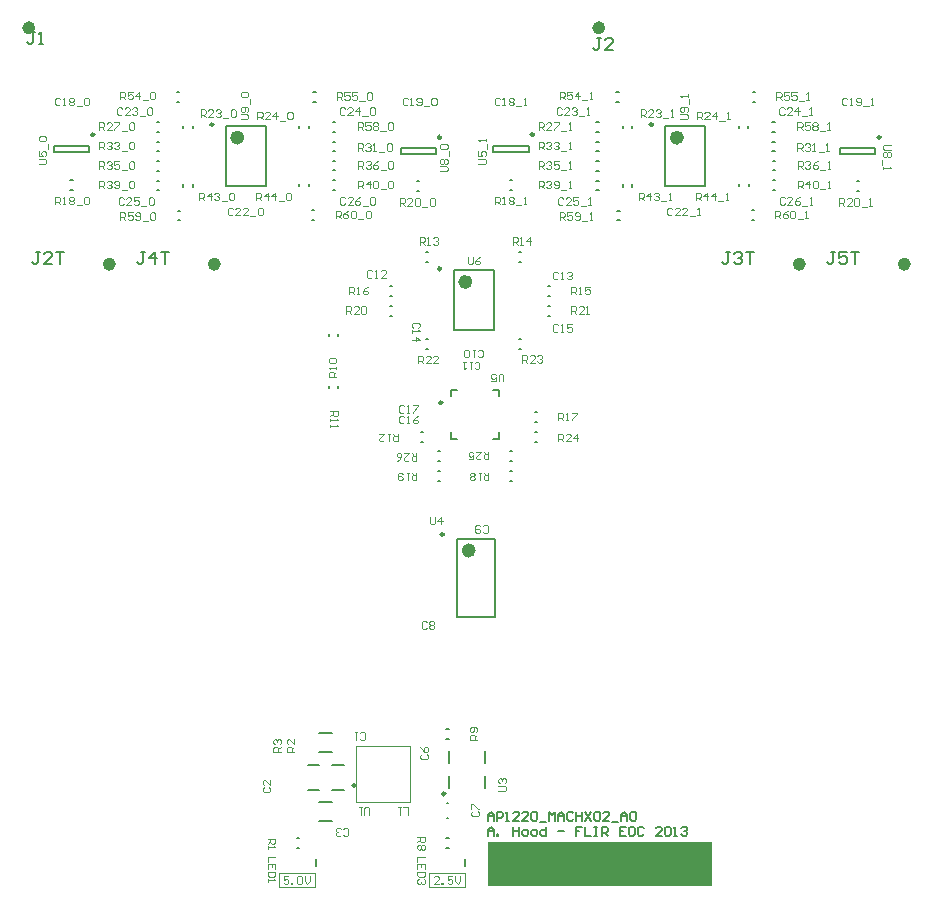
<source format=gto>
%FSLAX23Y23*%
%MOIN*%
G70*
G01*
G75*
G04 Layer_Color=65535*
%ADD10R,0.050X0.125*%
%ADD11R,0.072X0.039*%
%ADD12O,0.061X0.014*%
%ADD13R,0.024X0.043*%
%ADD14O,0.037X0.010*%
%ADD15O,0.010X0.037*%
%ADD16R,0.094X0.094*%
%ADD17O,0.067X0.014*%
%ADD18O,0.010X0.028*%
%ADD19R,0.075X0.071*%
%ADD20R,0.028X0.012*%
%ADD21R,0.059X0.035*%
%ADD22R,0.035X0.039*%
%ADD23R,0.039X0.035*%
%ADD24R,0.026X0.022*%
%ADD25R,0.031X0.031*%
%ADD26R,0.063X0.031*%
%ADD27R,0.014X0.013*%
%ADD28R,0.045X0.057*%
%ADD29R,0.013X0.014*%
%ADD30R,0.045X0.071*%
%ADD31C,0.010*%
%ADD32C,0.030*%
%ADD33C,0.025*%
%ADD34R,0.101X0.030*%
%ADD35R,0.110X0.070*%
%ADD36R,0.054X0.168*%
%ADD37R,0.032X0.129*%
%ADD38C,0.028*%
%ADD39C,0.030*%
%ADD40C,0.026*%
%ADD41C,0.040*%
%ADD42C,0.048*%
G04:AMPARAMS|DCode=43|XSize=50mil|YSize=50mil|CornerRadius=0mil|HoleSize=0mil|Usage=FLASHONLY|Rotation=0.000|XOffset=0mil|YOffset=0mil|HoleType=Round|Shape=Relief|Width=10mil|Gap=6mil|Entries=4|*
%AMTHD43*
7,0,0,0.050,0.038,0.010,45*
%
%ADD43THD43*%
G04:AMPARAMS|DCode=44|XSize=44.992mil|YSize=44.992mil|CornerRadius=0mil|HoleSize=0mil|Usage=FLASHONLY|Rotation=0.000|XOffset=0mil|YOffset=0mil|HoleType=Round|Shape=Relief|Width=10mil|Gap=6mil|Entries=4|*
%AMTHD44*
7,0,0,0.045,0.033,0.010,45*
%
%ADD44THD44*%
%ADD45C,0.043*%
%ADD46O,0.026X0.010*%
%ADD47O,0.010X0.026*%
%ADD48R,0.102X0.102*%
%ADD49C,0.020*%
%ADD50C,0.024*%
%ADD51C,0.010*%
%ADD52C,0.008*%
%ADD53C,0.004*%
%ADD54C,0.004*%
%ADD55C,0.006*%
%ADD56R,0.750X0.150*%
D49*
X-3468Y1113D02*
G03*
X-3468Y1113I-12J0D01*
G01*
X-3200Y325D02*
G03*
X-3200Y325I-12J0D01*
G01*
X-1568Y1113D02*
G03*
X-1568Y1113I-12J0D01*
G01*
X-550Y325D02*
G03*
X-550Y325I-12J0D01*
G01*
X-2850D02*
G03*
X-2850Y325I-12J0D01*
G01*
X-900D02*
G03*
X-900Y325I-12J0D01*
G01*
D50*
X-1308Y747D02*
G03*
X-1308Y747I-12J0D01*
G01*
X-2773D02*
G03*
X-2773Y747I-12J0D01*
G01*
X-2002Y-629D02*
G03*
X-2002Y-629I-12J0D01*
G01*
X-2013Y266D02*
G03*
X-2013Y266I-12J0D01*
G01*
D51*
X-1400Y791D02*
G03*
X-1400Y791I-5J0D01*
G01*
X-2865D02*
G03*
X-2865Y791I-5J0D01*
G01*
X-641Y748D02*
G03*
X-641Y748I-5J0D01*
G01*
X-2106D02*
G03*
X-2106Y748I-5J0D01*
G01*
X-1797Y757D02*
G03*
X-1797Y757I-5J0D01*
G01*
X-3262D02*
G03*
X-3262Y757I-5J0D01*
G01*
X-2102Y-136D02*
G03*
X-2102Y-136I-5J0D01*
G01*
X-2097Y-576D02*
G03*
X-2097Y-576I-5J0D01*
G01*
X-2092Y-1440D02*
G03*
X-2092Y-1440I-5J0D01*
G01*
X-2391Y-1412D02*
G03*
X-2391Y-1412I-5J0D01*
G01*
X-2106Y310D02*
G03*
X-2106Y310I-5J0D01*
G01*
D52*
X-1359Y586D02*
X-1225D01*
X-1359Y787D02*
X-1225D01*
Y586D02*
Y787D01*
X-1359Y586D02*
Y787D01*
X-2824Y586D02*
X-2690D01*
X-2824Y787D02*
X-2690D01*
Y586D02*
Y787D01*
X-2824Y586D02*
Y787D01*
X-658Y691D02*
Y711D01*
X-776Y691D02*
Y711D01*
X-658D01*
X-776Y691D02*
X-658D01*
X-2123D02*
Y711D01*
X-2241Y691D02*
Y711D01*
X-2123D01*
X-2241Y691D02*
X-2123D01*
X-1814Y700D02*
Y720D01*
X-1932Y700D02*
Y720D01*
X-1814D01*
X-1932Y700D02*
X-1814D01*
X-3279D02*
Y720D01*
X-3397Y700D02*
Y720D01*
X-3279D01*
X-3397Y700D02*
X-3279D01*
X-2073Y-115D02*
Y-94D01*
X-2053D01*
X-1933D02*
X-1912D01*
Y-115D02*
Y-94D01*
Y-256D02*
Y-235D01*
X-1933Y-256D02*
X-1912D01*
X-2073D02*
X-2053D01*
X-2073D02*
Y-235D01*
X-2053Y-850D02*
Y-590D01*
X-1927Y-850D02*
Y-590D01*
X-2053D02*
X-1927D01*
X-2053Y-850D02*
X-1927D01*
X-2081Y-1421D02*
X-2080D01*
X-2081D02*
Y-1381D01*
Y-1339D02*
Y-1299D01*
X-2080D01*
X-1960D02*
X-1959D01*
Y-1339D02*
Y-1299D01*
Y-1421D02*
Y-1381D01*
X-1960Y-1421D02*
X-1959D01*
X-2468Y-1426D02*
X-2429D01*
X-2551D02*
X-2512D01*
X-2551Y-1344D02*
X-2512D01*
X-2468D02*
X-2429D01*
X-1071Y505D02*
X-1063D01*
X-1071Y473D02*
X-1063D01*
X-2536Y505D02*
X-2528D01*
X-2536Y473D02*
X-2528D01*
X-1519Y472D02*
X-1511D01*
X-1519Y504D02*
X-1511D01*
X-2984Y472D02*
X-2976D01*
X-2984Y504D02*
X-2976D01*
X-1002Y767D02*
X-994D01*
X-1002Y799D02*
X-994D01*
X-2467Y767D02*
X-2459D01*
X-2467Y799D02*
X-2459D01*
X-1067Y899D02*
X-1059D01*
X-1067Y867D02*
X-1059D01*
X-2532Y899D02*
X-2524D01*
X-2532Y867D02*
X-2524D01*
X-1522Y867D02*
X-1514D01*
X-1522Y899D02*
X-1514D01*
X-2987Y867D02*
X-2979D01*
X-2987Y899D02*
X-2979D01*
X-1113Y585D02*
Y593D01*
X-1081Y585D02*
Y593D01*
X-2578Y585D02*
Y593D01*
X-2546Y585D02*
Y593D01*
X-1501Y584D02*
Y592D01*
X-1469Y584D02*
Y592D01*
X-2966Y584D02*
Y592D01*
X-2934Y584D02*
Y592D01*
X-1001Y605D02*
X-993D01*
X-1001Y573D02*
X-993D01*
X-2466Y605D02*
X-2458D01*
X-2466Y573D02*
X-2458D01*
X-1589Y604D02*
X-1581D01*
X-1589Y572D02*
X-1581D01*
X-3054Y604D02*
X-3046D01*
X-3054Y572D02*
X-3046D01*
X-1001Y638D02*
X-993D01*
X-1001Y670D02*
X-993D01*
X-2466Y638D02*
X-2458D01*
X-2466Y670D02*
X-2458D01*
X-1589Y669D02*
X-1581D01*
X-1589Y637D02*
X-1581D01*
X-3054Y669D02*
X-3046D01*
X-3054Y637D02*
X-3046D01*
X-1589Y734D02*
X-1581D01*
X-1589Y702D02*
X-1581D01*
X-3054Y734D02*
X-3046D01*
X-3054Y702D02*
X-3046D01*
X-1002Y702D02*
X-994D01*
X-1002Y734D02*
X-994D01*
X-2467Y702D02*
X-2459D01*
X-2467Y734D02*
X-2459D01*
X-1589Y767D02*
X-1581D01*
X-1589Y799D02*
X-1581D01*
X-3054Y767D02*
X-3046D01*
X-3054Y799D02*
X-3046D01*
X-2117Y-331D02*
X-2109D01*
X-2117Y-299D02*
X-2109D01*
X-1877Y-299D02*
X-1869D01*
X-1877Y-331D02*
X-1869D01*
X-1113Y779D02*
Y787D01*
X-1082Y779D02*
Y787D01*
X-2578Y779D02*
Y787D01*
X-2547Y779D02*
Y787D01*
X-1794Y-234D02*
X-1786D01*
X-1794Y-266D02*
X-1786D01*
X-1501Y779D02*
Y787D01*
X-1469Y779D02*
Y787D01*
X-2966Y779D02*
Y787D01*
X-2934Y779D02*
Y787D01*
X-1846Y44D02*
X-1838D01*
X-1846Y76D02*
X-1838D01*
X-2156Y44D02*
X-2148D01*
X-2156Y76D02*
X-2148D01*
X-1751Y154D02*
X-1743D01*
X-1751Y186D02*
X-1743D01*
X-721Y570D02*
X-713D01*
X-721Y602D02*
X-713D01*
X-2186Y570D02*
X-2178D01*
X-2186Y602D02*
X-2178D01*
X-2276Y186D02*
X-2268D01*
X-2276Y154D02*
X-2268D01*
X-2117Y-364D02*
X-2109D01*
X-2117Y-396D02*
X-2109D01*
X-1877Y574D02*
X-1869D01*
X-1877Y606D02*
X-1869D01*
X-3342Y574D02*
X-3334D01*
X-3342Y606D02*
X-3334D01*
X-1877Y-396D02*
X-1869D01*
X-1877Y-364D02*
X-1869D01*
X-1794Y-201D02*
X-1786D01*
X-1794Y-169D02*
X-1786D01*
X-2276Y251D02*
X-2268D01*
X-2276Y219D02*
X-2268D01*
X-1751Y219D02*
X-1743D01*
X-1751Y251D02*
X-1743D01*
X-1846Y366D02*
X-1838D01*
X-1846Y334D02*
X-1838D01*
X-2156Y366D02*
X-2148D01*
X-2156Y334D02*
X-2148D01*
X-2174Y-266D02*
X-2166D01*
X-2174Y-234D02*
X-2166D01*
X-2481Y-89D02*
Y-81D01*
X-2449Y-89D02*
Y-81D01*
X-2449Y86D02*
Y94D01*
X-2481Y86D02*
Y94D01*
X-2089Y-1256D02*
X-2081D01*
X-2089Y-1224D02*
X-2081D01*
X-2089Y-1589D02*
X-2081D01*
X-2089Y-1621D02*
X-2081D01*
X-2587Y-1589D02*
X-2580D01*
X-2587Y-1621D02*
X-2580D01*
X-2026Y-1682D02*
Y-1658D01*
X-2524Y-1682D02*
Y-1658D01*
X-2087Y-1470D02*
X-2083D01*
X-2087Y-1520D02*
X-2083D01*
X-2512Y-1531D02*
X-2468D01*
X-2512Y-1469D02*
X-2468D01*
X-2512Y-1239D02*
X-2468D01*
X-2512Y-1301D02*
X-2468D01*
X-2064Y105D02*
Y305D01*
X-1930Y105D02*
Y305D01*
X-2064D02*
X-1930D01*
X-2064Y105D02*
X-1930D01*
D53*
X-2391Y-1469D02*
X-2209D01*
X-2391D02*
Y-1281D01*
X-2209D01*
Y-1469D02*
Y-1281D01*
D54*
X-2145Y-1705D02*
X-2025D01*
Y-1750D02*
Y-1705D01*
X-2145Y-1750D02*
X-2025D01*
X-2145D02*
Y-1705D01*
X-2646D02*
X-2526D01*
Y-1750D02*
Y-1705D01*
X-2646Y-1750D02*
X-2526D01*
X-2646D02*
Y-1705D01*
X-1308Y808D02*
X-1287D01*
X-1283Y812D01*
Y820D01*
X-1287Y825D01*
X-1308D01*
X-1287Y833D02*
X-1283Y837D01*
Y845D01*
X-1287Y850D01*
X-1303D01*
X-1308Y845D01*
Y837D01*
X-1303Y833D01*
X-1299D01*
X-1295Y837D01*
Y850D01*
X-1278Y858D02*
Y875D01*
X-1283Y883D02*
Y891D01*
Y887D01*
X-1308D01*
X-1303Y883D01*
X-2773Y808D02*
X-2752D01*
X-2748Y812D01*
Y820D01*
X-2752Y825D01*
X-2773D01*
X-2752Y833D02*
X-2748Y837D01*
Y845D01*
X-2752Y850D01*
X-2768D01*
X-2773Y845D01*
Y837D01*
X-2768Y833D01*
X-2764D01*
X-2760Y837D01*
Y850D01*
X-2743Y858D02*
Y875D01*
X-2768Y883D02*
X-2773Y887D01*
Y895D01*
X-2768Y900D01*
X-2752D01*
X-2748Y895D01*
Y887D01*
X-2752Y883D01*
X-2768D01*
X-1703Y844D02*
X-1708Y848D01*
X-1716D01*
X-1720Y844D01*
Y827D01*
X-1716Y823D01*
X-1708D01*
X-1703Y827D01*
X-1678Y823D02*
X-1695D01*
X-1678Y840D01*
Y844D01*
X-1683Y848D01*
X-1691D01*
X-1695Y844D01*
X-1670D02*
X-1666Y848D01*
X-1658D01*
X-1653Y844D01*
Y840D01*
X-1658Y835D01*
X-1662D01*
X-1658D01*
X-1653Y831D01*
Y827D01*
X-1658Y823D01*
X-1666D01*
X-1670Y827D01*
X-1645Y819D02*
X-1628D01*
X-1620Y823D02*
X-1612D01*
X-1616D01*
Y848D01*
X-1620Y844D01*
X-961D02*
X-965Y848D01*
X-973D01*
X-978Y844D01*
Y827D01*
X-973Y823D01*
X-965D01*
X-961Y827D01*
X-936Y823D02*
X-953D01*
X-936Y840D01*
Y844D01*
X-940Y848D01*
X-948D01*
X-953Y844D01*
X-915Y823D02*
Y848D01*
X-928Y835D01*
X-911D01*
X-903Y819D02*
X-886D01*
X-878Y823D02*
X-869D01*
X-873D01*
Y848D01*
X-878Y844D01*
X-1698Y544D02*
X-1703Y548D01*
X-1711D01*
X-1715Y544D01*
Y527D01*
X-1711Y523D01*
X-1703D01*
X-1698Y527D01*
X-1673Y523D02*
X-1690D01*
X-1673Y540D01*
Y544D01*
X-1678Y548D01*
X-1686D01*
X-1690Y544D01*
X-1648Y548D02*
X-1665D01*
Y535D01*
X-1657Y540D01*
X-1653D01*
X-1648Y535D01*
Y527D01*
X-1653Y523D01*
X-1661D01*
X-1665Y527D01*
X-1640Y519D02*
X-1623D01*
X-1615Y523D02*
X-1607D01*
X-1611D01*
Y548D01*
X-1615Y544D01*
X-960Y545D02*
X-964Y549D01*
X-973D01*
X-977Y545D01*
Y528D01*
X-973Y524D01*
X-964D01*
X-960Y528D01*
X-935Y524D02*
X-952D01*
X-935Y541D01*
Y545D01*
X-939Y549D01*
X-948D01*
X-952Y545D01*
X-910Y549D02*
X-918Y545D01*
X-927Y536D01*
Y528D01*
X-923Y524D01*
X-914D01*
X-910Y528D01*
Y532D01*
X-914Y536D01*
X-927D01*
X-902Y520D02*
X-885D01*
X-877Y524D02*
X-869D01*
X-873D01*
Y549D01*
X-877Y545D01*
X-3168Y844D02*
X-3173Y848D01*
X-3181D01*
X-3185Y844D01*
Y827D01*
X-3181Y823D01*
X-3173D01*
X-3168Y827D01*
X-3143Y823D02*
X-3160D01*
X-3143Y840D01*
Y844D01*
X-3148Y848D01*
X-3156D01*
X-3160Y844D01*
X-3135D02*
X-3131Y848D01*
X-3123D01*
X-3118Y844D01*
Y840D01*
X-3123Y835D01*
X-3127D01*
X-3123D01*
X-3118Y831D01*
Y827D01*
X-3123Y823D01*
X-3131D01*
X-3135Y827D01*
X-3110Y819D02*
X-3093D01*
X-3085Y844D02*
X-3081Y848D01*
X-3073D01*
X-3068Y844D01*
Y827D01*
X-3073Y823D01*
X-3081D01*
X-3085Y827D01*
Y844D01*
X-2426D02*
X-2430Y848D01*
X-2438D01*
X-2443Y844D01*
Y827D01*
X-2438Y823D01*
X-2430D01*
X-2426Y827D01*
X-2401Y823D02*
X-2418D01*
X-2401Y840D01*
Y844D01*
X-2405Y848D01*
X-2413D01*
X-2418Y844D01*
X-2380Y823D02*
Y848D01*
X-2393Y835D01*
X-2376D01*
X-2368Y819D02*
X-2351D01*
X-2343Y844D02*
X-2338Y848D01*
X-2330D01*
X-2326Y844D01*
Y827D01*
X-2330Y823D01*
X-2338D01*
X-2343Y827D01*
Y844D01*
X-3163Y544D02*
X-3168Y548D01*
X-3176D01*
X-3180Y544D01*
Y527D01*
X-3176Y523D01*
X-3168D01*
X-3163Y527D01*
X-3138Y523D02*
X-3155D01*
X-3138Y540D01*
Y544D01*
X-3143Y548D01*
X-3151D01*
X-3155Y544D01*
X-3113Y548D02*
X-3130D01*
Y535D01*
X-3122Y540D01*
X-3118D01*
X-3113Y535D01*
Y527D01*
X-3118Y523D01*
X-3126D01*
X-3130Y527D01*
X-3105Y519D02*
X-3088D01*
X-3080Y544D02*
X-3076Y548D01*
X-3068D01*
X-3063Y544D01*
Y527D01*
X-3068Y523D01*
X-3076D01*
X-3080Y527D01*
Y544D01*
X-2425Y545D02*
X-2429Y549D01*
X-2438D01*
X-2442Y545D01*
Y528D01*
X-2438Y524D01*
X-2429D01*
X-2425Y528D01*
X-2400Y524D02*
X-2417D01*
X-2400Y541D01*
Y545D01*
X-2404Y549D01*
X-2413D01*
X-2417Y545D01*
X-2375Y549D02*
X-2383Y545D01*
X-2392Y536D01*
Y528D01*
X-2388Y524D01*
X-2379D01*
X-2375Y528D01*
Y532D01*
X-2379Y536D01*
X-2392D01*
X-2367Y520D02*
X-2350D01*
X-2342Y545D02*
X-2338Y549D01*
X-2329D01*
X-2325Y545D01*
Y528D01*
X-2329Y524D01*
X-2338D01*
X-2342Y528D01*
Y545D01*
X-2153Y-869D02*
X-2158Y-865D01*
X-2166D01*
X-2170Y-869D01*
Y-886D01*
X-2166Y-890D01*
X-2158D01*
X-2153Y-886D01*
X-2145Y-869D02*
X-2141Y-865D01*
X-2133D01*
X-2128Y-869D01*
Y-873D01*
X-2133Y-878D01*
X-2128Y-882D01*
Y-886D01*
X-2133Y-890D01*
X-2141D01*
X-2145Y-886D01*
Y-882D01*
X-2141Y-878D01*
X-2145Y-873D01*
Y-869D01*
X-2141Y-878D02*
X-2133D01*
X-1984Y19D02*
X-1980Y15D01*
X-1972D01*
X-1967Y19D01*
Y36D01*
X-1972Y40D01*
X-1980D01*
X-1984Y36D01*
X-1992Y40D02*
X-2001D01*
X-1997D01*
Y15D01*
X-1992Y19D01*
X-2013D02*
X-2017Y15D01*
X-2026D01*
X-2030Y19D01*
Y36D01*
X-2026Y40D01*
X-2017D01*
X-2013Y36D01*
Y19D01*
X-1994Y-21D02*
X-1990Y-25D01*
X-1982D01*
X-1978Y-21D01*
Y-4D01*
X-1982Y0D01*
X-1990D01*
X-1994Y-4D01*
X-2003Y0D02*
X-2011D01*
X-2007D01*
Y-25D01*
X-2003Y-21D01*
X-2023Y0D02*
X-2032D01*
X-2028D01*
Y-25D01*
X-2023Y-21D01*
X-2336Y301D02*
X-2340Y305D01*
X-2348D01*
X-2352Y301D01*
Y284D01*
X-2348Y280D01*
X-2340D01*
X-2336Y284D01*
X-2327Y280D02*
X-2319D01*
X-2323D01*
Y305D01*
X-2327Y301D01*
X-2290Y280D02*
X-2307D01*
X-2290Y297D01*
Y301D01*
X-2294Y305D01*
X-2302D01*
X-2307Y301D01*
X-1985Y-1260D02*
X-2010D01*
Y-1248D01*
X-2006Y-1243D01*
X-1997D01*
X-1993Y-1248D01*
Y-1260D01*
Y-1252D02*
X-1985Y-1243D01*
X-1989Y-1235D02*
X-1985Y-1231D01*
Y-1223D01*
X-1989Y-1218D01*
X-2006D01*
X-2010Y-1223D01*
Y-1231D01*
X-2006Y-1235D01*
X-2002D01*
X-1997Y-1231D01*
Y-1218D01*
X-2143Y-517D02*
Y-538D01*
X-2139Y-542D01*
X-2131D01*
X-2126Y-538D01*
Y-517D01*
X-2106Y-542D02*
Y-517D01*
X-2118Y-530D01*
X-2101D01*
X-1716Y296D02*
X-1720Y300D01*
X-1728D01*
X-1732Y296D01*
Y279D01*
X-1728Y275D01*
X-1720D01*
X-1716Y279D01*
X-1707Y275D02*
X-1699D01*
X-1703D01*
Y300D01*
X-1707Y296D01*
X-1687D02*
X-1682Y300D01*
X-1674D01*
X-1670Y296D01*
Y292D01*
X-1674Y287D01*
X-1678D01*
X-1674D01*
X-1670Y283D01*
Y279D01*
X-1674Y275D01*
X-1682D01*
X-1687Y279D01*
X-2182Y113D02*
X-2177Y118D01*
Y126D01*
X-2182Y130D01*
X-2198D01*
X-2202Y126D01*
Y118D01*
X-2198Y113D01*
X-2202Y105D02*
Y97D01*
Y101D01*
X-2177D01*
X-2182Y105D01*
X-2202Y72D02*
X-2177D01*
X-2190Y84D01*
Y68D01*
X-1716Y121D02*
X-1720Y125D01*
X-1728D01*
X-1732Y121D01*
Y104D01*
X-1728Y100D01*
X-1720D01*
X-1716Y104D01*
X-1707Y100D02*
X-1699D01*
X-1703D01*
Y125D01*
X-1707Y121D01*
X-1670Y125D02*
X-1687D01*
Y112D01*
X-1678Y117D01*
X-1674D01*
X-1670Y112D01*
Y104D01*
X-1674Y100D01*
X-1682D01*
X-1687Y104D01*
X-2228Y-184D02*
X-2233Y-180D01*
X-2241D01*
X-2245Y-184D01*
Y-201D01*
X-2241Y-205D01*
X-2233D01*
X-2228Y-201D01*
X-2220Y-205D02*
X-2212D01*
X-2216D01*
Y-180D01*
X-2220Y-184D01*
X-2183Y-180D02*
X-2191Y-184D01*
X-2199Y-193D01*
Y-201D01*
X-2195Y-205D01*
X-2187D01*
X-2183Y-201D01*
Y-197D01*
X-2187Y-193D01*
X-2199D01*
X-2228Y-149D02*
X-2233Y-145D01*
X-2241D01*
X-2245Y-149D01*
Y-166D01*
X-2241Y-170D01*
X-2233D01*
X-2228Y-166D01*
X-2220Y-170D02*
X-2212D01*
X-2216D01*
Y-145D01*
X-2220Y-149D01*
X-2199Y-145D02*
X-2183D01*
Y-149D01*
X-2199Y-166D01*
Y-170D01*
X-2455Y-50D02*
X-2480D01*
Y-38D01*
X-2476Y-33D01*
X-2467D01*
X-2463Y-38D01*
Y-50D01*
Y-42D02*
X-2455Y-33D01*
Y-25D02*
Y-17D01*
Y-21D01*
X-2480D01*
X-2476Y-25D01*
Y-4D02*
X-2480Y-0D01*
Y8D01*
X-2476Y12D01*
X-2459D01*
X-2455Y8D01*
Y-0D01*
X-2459Y-4D01*
X-2476D01*
X-2475Y-165D02*
X-2450D01*
Y-177D01*
X-2454Y-182D01*
X-2463D01*
X-2467Y-177D01*
Y-165D01*
Y-173D02*
X-2475Y-182D01*
Y-190D02*
Y-198D01*
Y-194D01*
X-2450D01*
X-2454Y-190D01*
X-2475Y-211D02*
Y-219D01*
Y-215D01*
X-2450D01*
X-2454Y-211D01*
X-2250Y-240D02*
Y-265D01*
X-2262D01*
X-2267Y-261D01*
Y-252D01*
X-2262Y-248D01*
X-2250D01*
X-2258D02*
X-2267Y-240D01*
X-2275D02*
X-2283D01*
X-2279D01*
Y-265D01*
X-2275Y-261D01*
X-2312Y-240D02*
X-2296D01*
X-2312Y-257D01*
Y-261D01*
X-2308Y-265D01*
X-2300D01*
X-2296Y-261D01*
X-2177Y390D02*
Y415D01*
X-2165D01*
X-2161Y411D01*
Y402D01*
X-2165Y398D01*
X-2177D01*
X-2169D02*
X-2161Y390D01*
X-2152D02*
X-2144D01*
X-2148D01*
Y415D01*
X-2152Y411D01*
X-2132D02*
X-2127Y415D01*
X-2119D01*
X-2115Y411D01*
Y407D01*
X-2119Y402D01*
X-2123D01*
X-2119D01*
X-2115Y398D01*
Y394D01*
X-2119Y390D01*
X-2127D01*
X-2132Y394D01*
X-1867Y390D02*
Y415D01*
X-1855D01*
X-1851Y411D01*
Y402D01*
X-1855Y398D01*
X-1867D01*
X-1859D02*
X-1851Y390D01*
X-1842D02*
X-1834D01*
X-1838D01*
Y415D01*
X-1842Y411D01*
X-1809Y390D02*
Y415D01*
X-1822Y402D01*
X-1805D01*
X-1672Y225D02*
Y250D01*
X-1660D01*
X-1656Y246D01*
Y237D01*
X-1660Y233D01*
X-1672D01*
X-1664D02*
X-1656Y225D01*
X-1647D02*
X-1639D01*
X-1643D01*
Y250D01*
X-1647Y246D01*
X-1610Y250D02*
X-1627D01*
Y237D01*
X-1618Y242D01*
X-1614D01*
X-1610Y237D01*
Y229D01*
X-1614Y225D01*
X-1622D01*
X-1627Y229D01*
X-2412Y225D02*
Y250D01*
X-2400D01*
X-2396Y246D01*
Y237D01*
X-2400Y233D01*
X-2412D01*
X-2404D02*
X-2396Y225D01*
X-2387D02*
X-2379D01*
X-2383D01*
Y250D01*
X-2387Y246D01*
X-2350Y250D02*
X-2358Y246D01*
X-2367Y237D01*
Y229D01*
X-2362Y225D01*
X-2354D01*
X-2350Y229D01*
Y233D01*
X-2354Y237D01*
X-2367D01*
X-1715Y-195D02*
Y-170D01*
X-1703D01*
X-1698Y-174D01*
Y-183D01*
X-1703Y-187D01*
X-1715D01*
X-1707D02*
X-1698Y-195D01*
X-1690D02*
X-1682D01*
X-1686D01*
Y-170D01*
X-1690Y-174D01*
X-1669Y-170D02*
X-1653D01*
Y-174D01*
X-1669Y-191D01*
Y-195D01*
X-2017Y350D02*
Y329D01*
X-2013Y325D01*
X-2005D01*
X-2001Y329D01*
Y350D01*
X-1976D02*
X-1984Y346D01*
X-1992Y337D01*
Y329D01*
X-1988Y325D01*
X-1980D01*
X-1976Y329D01*
Y333D01*
X-1980Y337D01*
X-1992D01*
X-1915Y-1430D02*
X-1894D01*
X-1890Y-1426D01*
Y-1418D01*
X-1894Y-1413D01*
X-1915D01*
X-1911Y-1405D02*
X-1915Y-1401D01*
Y-1393D01*
X-1911Y-1388D01*
X-1907D01*
X-1902Y-1393D01*
Y-1397D01*
Y-1393D01*
X-1898Y-1388D01*
X-1894D01*
X-1890Y-1393D01*
Y-1401D01*
X-1894Y-1405D01*
X-2345Y-1510D02*
Y-1489D01*
X-2349Y-1485D01*
X-2357D01*
X-2362Y-1489D01*
Y-1510D01*
X-2370Y-1485D02*
X-2378D01*
X-2374D01*
Y-1510D01*
X-2370Y-1506D01*
X-2182Y-5D02*
Y20D01*
X-2170D01*
X-2166Y16D01*
Y7D01*
X-2170Y3D01*
X-2182D01*
X-2174D02*
X-2166Y-5D01*
X-2141D02*
X-2157D01*
X-2141Y12D01*
Y16D01*
X-2145Y20D01*
X-2153D01*
X-2157Y16D01*
X-2116Y-5D02*
X-2132D01*
X-2116Y12D01*
Y16D01*
X-2120Y20D01*
X-2128D01*
X-2132Y16D01*
X-2185Y-1585D02*
X-2160D01*
Y-1597D01*
X-2164Y-1602D01*
X-2173D01*
X-2177Y-1597D01*
Y-1585D01*
Y-1593D02*
X-2185Y-1602D01*
X-2164Y-1610D02*
X-2160Y-1614D01*
Y-1622D01*
X-2164Y-1627D01*
X-2168D01*
X-2173Y-1622D01*
X-2177Y-1627D01*
X-2181D01*
X-2185Y-1622D01*
Y-1614D01*
X-2181Y-1610D01*
X-2177D01*
X-2173Y-1614D01*
X-2168Y-1610D01*
X-2164D01*
X-2173Y-1614D02*
Y-1622D01*
X-2640Y-1300D02*
X-2665D01*
Y-1288D01*
X-2661Y-1283D01*
X-2652D01*
X-2648Y-1288D01*
Y-1300D01*
Y-1292D02*
X-2640Y-1283D01*
X-2661Y-1275D02*
X-2665Y-1271D01*
Y-1263D01*
X-2661Y-1258D01*
X-2657D01*
X-2652Y-1263D01*
Y-1267D01*
Y-1263D01*
X-2648Y-1258D01*
X-2644D01*
X-2640Y-1263D01*
Y-1271D01*
X-2644Y-1275D01*
X-2595Y-1300D02*
X-2620D01*
Y-1288D01*
X-2616Y-1283D01*
X-2607D01*
X-2603Y-1288D01*
Y-1300D01*
Y-1292D02*
X-2595Y-1283D01*
Y-1258D02*
Y-1275D01*
X-2612Y-1258D01*
X-2616D01*
X-2620Y-1263D01*
Y-1271D01*
X-2616Y-1275D01*
X-2684Y-1590D02*
X-2659D01*
Y-1602D01*
X-2663Y-1607D01*
X-2671D01*
X-2675Y-1602D01*
Y-1590D01*
Y-1598D02*
X-2684Y-1607D01*
Y-1615D02*
Y-1623D01*
Y-1619D01*
X-2659D01*
X-2663Y-1615D01*
X-2160Y-1650D02*
X-2185D01*
Y-1667D01*
X-2160Y-1692D02*
Y-1675D01*
X-2185D01*
Y-1692D01*
X-2173Y-1675D02*
Y-1683D01*
X-2160Y-1700D02*
X-2185D01*
Y-1712D01*
X-2181Y-1717D01*
X-2164D01*
X-2160Y-1712D01*
Y-1700D01*
X-2164Y-1725D02*
X-2160Y-1729D01*
Y-1737D01*
X-2164Y-1742D01*
X-2168D01*
X-2173Y-1737D01*
Y-1733D01*
Y-1737D01*
X-2177Y-1742D01*
X-2181D01*
X-2185Y-1737D01*
Y-1729D01*
X-2181Y-1725D01*
X-2659Y-1650D02*
X-2684D01*
Y-1667D01*
X-2659Y-1692D02*
Y-1675D01*
X-2684D01*
Y-1692D01*
X-2671Y-1675D02*
Y-1683D01*
X-2659Y-1700D02*
X-2684D01*
Y-1712D01*
X-2679Y-1717D01*
X-2663D01*
X-2659Y-1712D01*
Y-1700D01*
X-2684Y-1725D02*
Y-1733D01*
Y-1729D01*
X-2659D01*
X-2663Y-1725D01*
X-2215Y-1510D02*
Y-1485D01*
X-2232D01*
X-2240D02*
X-2248D01*
X-2244D01*
Y-1510D01*
X-2240Y-1506D01*
X-2001Y-1498D02*
X-2005Y-1503D01*
Y-1511D01*
X-2001Y-1515D01*
X-1984D01*
X-1980Y-1511D01*
Y-1503D01*
X-1984Y-1498D01*
X-2005Y-1490D02*
Y-1473D01*
X-2001D01*
X-1984Y-1490D01*
X-1980D01*
X-2171Y-1308D02*
X-2175Y-1313D01*
Y-1321D01*
X-2171Y-1325D01*
X-2154D01*
X-2150Y-1321D01*
Y-1313D01*
X-2154Y-1308D01*
X-2175Y-1283D02*
X-2171Y-1292D01*
X-2162Y-1300D01*
X-2154D01*
X-2150Y-1296D01*
Y-1288D01*
X-2154Y-1283D01*
X-2158D01*
X-2162Y-1288D01*
Y-1300D01*
X-2432Y-1576D02*
X-2427Y-1580D01*
X-2419D01*
X-2415Y-1576D01*
Y-1559D01*
X-2419Y-1555D01*
X-2427D01*
X-2432Y-1559D01*
X-2440Y-1576D02*
X-2444Y-1580D01*
X-2452D01*
X-2457Y-1576D01*
Y-1572D01*
X-2452Y-1567D01*
X-2448D01*
X-2452D01*
X-2457Y-1563D01*
Y-1559D01*
X-2452Y-1555D01*
X-2444D01*
X-2440Y-1559D01*
X-2696Y-1418D02*
X-2700Y-1423D01*
Y-1431D01*
X-2696Y-1435D01*
X-2679D01*
X-2675Y-1431D01*
Y-1423D01*
X-2679Y-1418D01*
X-2675Y-1393D02*
Y-1410D01*
X-2692Y-1393D01*
X-2696D01*
X-2700Y-1398D01*
Y-1406D01*
X-2696Y-1410D01*
X-2377Y-1256D02*
X-2372Y-1260D01*
X-2364D01*
X-2360Y-1256D01*
Y-1239D01*
X-2364Y-1235D01*
X-2372D01*
X-2377Y-1239D01*
X-2385Y-1235D02*
X-2393D01*
X-2389D01*
Y-1260D01*
X-2385Y-1256D01*
X-1898Y-65D02*
Y-44D01*
X-1902Y-40D01*
X-1910D01*
X-1914Y-44D01*
Y-65D01*
X-1939D02*
X-1923D01*
Y-52D01*
X-1931Y-57D01*
X-1935D01*
X-1939Y-52D01*
Y-44D01*
X-1935Y-40D01*
X-1927D01*
X-1923Y-44D01*
X-2188Y-305D02*
Y-330D01*
X-2200D01*
X-2204Y-326D01*
Y-317D01*
X-2200Y-313D01*
X-2188D01*
X-2196D02*
X-2204Y-305D01*
X-2229D02*
X-2213D01*
X-2229Y-322D01*
Y-326D01*
X-2225Y-330D01*
X-2217D01*
X-2213Y-326D01*
X-2254Y-330D02*
X-2246Y-326D01*
X-2238Y-317D01*
Y-309D01*
X-2242Y-305D01*
X-2250D01*
X-2254Y-309D01*
Y-313D01*
X-2250Y-317D01*
X-2238D01*
X-1948Y-300D02*
Y-325D01*
X-1960D01*
X-1964Y-321D01*
Y-312D01*
X-1960Y-308D01*
X-1948D01*
X-1956D02*
X-1964Y-300D01*
X-1989D02*
X-1973D01*
X-1989Y-317D01*
Y-321D01*
X-1985Y-325D01*
X-1977D01*
X-1973Y-321D01*
X-2014Y-325D02*
X-1998D01*
Y-312D01*
X-2006Y-317D01*
X-2010D01*
X-2014Y-312D01*
Y-304D01*
X-2010Y-300D01*
X-2002D01*
X-1998Y-304D01*
X-1715Y-265D02*
Y-240D01*
X-1703D01*
X-1698Y-244D01*
Y-253D01*
X-1703Y-257D01*
X-1715D01*
X-1707D02*
X-1698Y-265D01*
X-1673D02*
X-1690D01*
X-1673Y-248D01*
Y-244D01*
X-1678Y-240D01*
X-1686D01*
X-1690Y-244D01*
X-1653Y-265D02*
Y-240D01*
X-1665Y-253D01*
X-1648D01*
X-1835Y-3D02*
Y22D01*
X-1823D01*
X-1818Y18D01*
Y9D01*
X-1823Y5D01*
X-1835D01*
X-1827D02*
X-1818Y-3D01*
X-1793D02*
X-1810D01*
X-1793Y14D01*
Y18D01*
X-1798Y22D01*
X-1806D01*
X-1810Y18D01*
X-1785D02*
X-1781Y22D01*
X-1773D01*
X-1768Y18D01*
Y14D01*
X-1773Y9D01*
X-1777D01*
X-1773D01*
X-1768Y5D01*
Y1D01*
X-1773Y-3D01*
X-1781D01*
X-1785Y1D01*
X-1672Y160D02*
Y185D01*
X-1660D01*
X-1656Y181D01*
Y172D01*
X-1660Y168D01*
X-1672D01*
X-1664D02*
X-1656Y160D01*
X-1631D02*
X-1647D01*
X-1631Y177D01*
Y181D01*
X-1635Y185D01*
X-1643D01*
X-1647Y181D01*
X-1622Y160D02*
X-1614D01*
X-1618D01*
Y185D01*
X-1622Y181D01*
X-2422Y160D02*
Y185D01*
X-2410D01*
X-2406Y181D01*
Y172D01*
X-2410Y168D01*
X-2422D01*
X-2414D02*
X-2406Y160D01*
X-2381D02*
X-2397D01*
X-2381Y177D01*
Y181D01*
X-2385Y185D01*
X-2393D01*
X-2397Y181D01*
X-2372D02*
X-2368Y185D01*
X-2360D01*
X-2356Y181D01*
Y164D01*
X-2360Y160D01*
X-2368D01*
X-2372Y164D01*
Y181D01*
X-2188Y-370D02*
Y-395D01*
X-2200D01*
X-2204Y-391D01*
Y-382D01*
X-2200Y-378D01*
X-2188D01*
X-2196D02*
X-2204Y-370D01*
X-2213D02*
X-2221D01*
X-2217D01*
Y-395D01*
X-2213Y-391D01*
X-2233Y-374D02*
X-2238Y-370D01*
X-2246D01*
X-2250Y-374D01*
Y-391D01*
X-2246Y-395D01*
X-2238D01*
X-2233Y-391D01*
Y-387D01*
X-2238Y-382D01*
X-2250D01*
X-1948Y-370D02*
Y-395D01*
X-1960D01*
X-1964Y-391D01*
Y-382D01*
X-1960Y-378D01*
X-1948D01*
X-1956D02*
X-1964Y-370D01*
X-1973D02*
X-1981D01*
X-1977D01*
Y-395D01*
X-1973Y-391D01*
X-1993D02*
X-1998Y-395D01*
X-2006D01*
X-2010Y-391D01*
Y-387D01*
X-2006Y-382D01*
X-2010Y-378D01*
Y-374D01*
X-2006Y-370D01*
X-1998D01*
X-1993Y-374D01*
Y-378D01*
X-1998Y-382D01*
X-1993Y-387D01*
Y-391D01*
X-1998Y-382D02*
X-2006D01*
X-3375Y876D02*
X-3379Y880D01*
X-3387D01*
X-3392Y876D01*
Y859D01*
X-3387Y855D01*
X-3379D01*
X-3375Y859D01*
X-3367Y855D02*
X-3358D01*
X-3362D01*
Y880D01*
X-3367Y876D01*
X-3346D02*
X-3342Y880D01*
X-3333D01*
X-3329Y876D01*
Y872D01*
X-3333Y867D01*
X-3329Y863D01*
Y859D01*
X-3333Y855D01*
X-3342D01*
X-3346Y859D01*
Y863D01*
X-3342Y867D01*
X-3346Y872D01*
Y876D01*
X-3342Y867D02*
X-3333D01*
X-3321Y851D02*
X-3304D01*
X-3296Y876D02*
X-3292Y880D01*
X-3283D01*
X-3279Y876D01*
Y859D01*
X-3283Y855D01*
X-3292D01*
X-3296Y859D01*
Y876D01*
X-1910D02*
X-1914Y880D01*
X-1922D01*
X-1927Y876D01*
Y859D01*
X-1922Y855D01*
X-1914D01*
X-1910Y859D01*
X-1902Y855D02*
X-1893D01*
X-1897D01*
Y880D01*
X-1902Y876D01*
X-1881D02*
X-1877Y880D01*
X-1868D01*
X-1864Y876D01*
Y872D01*
X-1868Y867D01*
X-1864Y863D01*
Y859D01*
X-1868Y855D01*
X-1877D01*
X-1881Y859D01*
Y863D01*
X-1877Y867D01*
X-1881Y872D01*
Y876D01*
X-1877Y867D02*
X-1868D01*
X-1856Y851D02*
X-1839D01*
X-1831Y855D02*
X-1822D01*
X-1827D01*
Y880D01*
X-1831Y876D01*
X-2217D02*
X-2221Y880D01*
X-2229D01*
X-2234Y876D01*
Y859D01*
X-2229Y855D01*
X-2221D01*
X-2217Y859D01*
X-2209Y855D02*
X-2200D01*
X-2205D01*
Y880D01*
X-2209Y876D01*
X-2188Y859D02*
X-2184Y855D01*
X-2175D01*
X-2171Y859D01*
Y876D01*
X-2175Y880D01*
X-2184D01*
X-2188Y876D01*
Y872D01*
X-2184Y867D01*
X-2171D01*
X-2163Y851D02*
X-2146D01*
X-2138Y876D02*
X-2134Y880D01*
X-2125D01*
X-2121Y876D01*
Y859D01*
X-2125Y855D01*
X-2134D01*
X-2138Y859D01*
Y876D01*
X-752D02*
X-756Y880D01*
X-764D01*
X-769Y876D01*
Y859D01*
X-764Y855D01*
X-756D01*
X-752Y859D01*
X-744Y855D02*
X-735D01*
X-740D01*
Y880D01*
X-744Y876D01*
X-723Y859D02*
X-719Y855D01*
X-710D01*
X-706Y859D01*
Y876D01*
X-710Y880D01*
X-719D01*
X-723Y876D01*
Y872D01*
X-719Y867D01*
X-706D01*
X-698Y851D02*
X-681D01*
X-673Y855D02*
X-665D01*
X-669D01*
Y880D01*
X-673Y876D01*
X-2800Y510D02*
X-2804Y514D01*
X-2812D01*
X-2817Y510D01*
Y493D01*
X-2812Y489D01*
X-2804D01*
X-2800Y493D01*
X-2775Y489D02*
X-2792D01*
X-2775Y506D01*
Y510D01*
X-2779Y514D01*
X-2787D01*
X-2792Y510D01*
X-2750Y489D02*
X-2767D01*
X-2750Y506D01*
Y510D01*
X-2754Y514D01*
X-2762D01*
X-2767Y510D01*
X-2742Y485D02*
X-2725D01*
X-2717Y510D02*
X-2712Y514D01*
X-2704D01*
X-2700Y510D01*
Y493D01*
X-2704Y489D01*
X-2712D01*
X-2717Y493D01*
Y510D01*
X-1335D02*
X-1339Y514D01*
X-1347D01*
X-1352Y510D01*
Y493D01*
X-1347Y489D01*
X-1339D01*
X-1335Y493D01*
X-1310Y489D02*
X-1327D01*
X-1310Y506D01*
Y510D01*
X-1314Y514D01*
X-1322D01*
X-1327Y510D01*
X-1285Y489D02*
X-1302D01*
X-1285Y506D01*
Y510D01*
X-1289Y514D01*
X-1297D01*
X-1302Y510D01*
X-1277Y485D02*
X-1260D01*
X-1252Y489D02*
X-1243D01*
X-1247D01*
Y514D01*
X-1252Y510D01*
X-3392Y525D02*
Y550D01*
X-3379D01*
X-3375Y546D01*
Y537D01*
X-3379Y533D01*
X-3392D01*
X-3383D02*
X-3375Y525D01*
X-3367D02*
X-3358D01*
X-3362D01*
Y550D01*
X-3367Y546D01*
X-3346D02*
X-3342Y550D01*
X-3333D01*
X-3329Y546D01*
Y542D01*
X-3333Y537D01*
X-3329Y533D01*
Y529D01*
X-3333Y525D01*
X-3342D01*
X-3346Y529D01*
Y533D01*
X-3342Y537D01*
X-3346Y542D01*
Y546D01*
X-3342Y537D02*
X-3333D01*
X-3321Y521D02*
X-3304D01*
X-3296Y546D02*
X-3292Y550D01*
X-3283D01*
X-3279Y546D01*
Y529D01*
X-3283Y525D01*
X-3292D01*
X-3296Y529D01*
Y546D01*
X-1927Y525D02*
Y550D01*
X-1914D01*
X-1910Y546D01*
Y537D01*
X-1914Y533D01*
X-1927D01*
X-1918D02*
X-1910Y525D01*
X-1902D02*
X-1893D01*
X-1897D01*
Y550D01*
X-1902Y546D01*
X-1881D02*
X-1877Y550D01*
X-1868D01*
X-1864Y546D01*
Y542D01*
X-1868Y537D01*
X-1864Y533D01*
Y529D01*
X-1868Y525D01*
X-1877D01*
X-1881Y529D01*
Y533D01*
X-1877Y537D01*
X-1881Y542D01*
Y546D01*
X-1877Y537D02*
X-1868D01*
X-1856Y521D02*
X-1839D01*
X-1831Y525D02*
X-1822D01*
X-1827D01*
Y550D01*
X-1831Y546D01*
X-2244Y520D02*
Y545D01*
X-2231D01*
X-2227Y541D01*
Y532D01*
X-2231Y528D01*
X-2244D01*
X-2235D02*
X-2227Y520D01*
X-2202D02*
X-2219D01*
X-2202Y537D01*
Y541D01*
X-2206Y545D01*
X-2215D01*
X-2219Y541D01*
X-2194D02*
X-2190Y545D01*
X-2181D01*
X-2177Y541D01*
Y524D01*
X-2181Y520D01*
X-2190D01*
X-2194Y524D01*
Y541D01*
X-2169Y516D02*
X-2152D01*
X-2144Y541D02*
X-2140Y545D01*
X-2131D01*
X-2127Y541D01*
Y524D01*
X-2131Y520D01*
X-2140D01*
X-2144Y524D01*
Y541D01*
X-779Y520D02*
Y545D01*
X-766D01*
X-762Y541D01*
Y532D01*
X-766Y528D01*
X-779D01*
X-770D02*
X-762Y520D01*
X-737D02*
X-754D01*
X-737Y537D01*
Y541D01*
X-741Y545D01*
X-750D01*
X-754Y541D01*
X-729D02*
X-725Y545D01*
X-716D01*
X-712Y541D01*
Y524D01*
X-716Y520D01*
X-725D01*
X-729Y524D01*
Y541D01*
X-704Y516D02*
X-687D01*
X-679Y520D02*
X-670D01*
X-675D01*
Y545D01*
X-679Y541D01*
X-2907Y816D02*
Y841D01*
X-2895D01*
X-2890Y837D01*
Y828D01*
X-2895Y824D01*
X-2907D01*
X-2899D02*
X-2890Y816D01*
X-2865D02*
X-2882D01*
X-2865Y833D01*
Y837D01*
X-2870Y841D01*
X-2878D01*
X-2882Y837D01*
X-2857D02*
X-2853Y841D01*
X-2845D01*
X-2840Y837D01*
Y833D01*
X-2845Y828D01*
X-2849D01*
X-2845D01*
X-2840Y824D01*
Y820D01*
X-2845Y816D01*
X-2853D01*
X-2857Y820D01*
X-2832Y812D02*
X-2815D01*
X-2807Y837D02*
X-2803Y841D01*
X-2795D01*
X-2790Y837D01*
Y820D01*
X-2795Y816D01*
X-2803D01*
X-2807Y820D01*
Y837D01*
X-1440Y816D02*
Y841D01*
X-1428D01*
X-1423Y837D01*
Y828D01*
X-1428Y824D01*
X-1440D01*
X-1432D02*
X-1423Y816D01*
X-1398D02*
X-1415D01*
X-1398Y833D01*
Y837D01*
X-1403Y841D01*
X-1411D01*
X-1415Y837D01*
X-1390D02*
X-1386Y841D01*
X-1378D01*
X-1373Y837D01*
Y833D01*
X-1378Y828D01*
X-1382D01*
X-1378D01*
X-1373Y824D01*
Y820D01*
X-1378Y816D01*
X-1386D01*
X-1390Y820D01*
X-1365Y812D02*
X-1348D01*
X-1340Y816D02*
X-1332D01*
X-1336D01*
Y841D01*
X-1340Y837D01*
X-2718Y808D02*
Y833D01*
X-2705D01*
X-2701Y829D01*
Y820D01*
X-2705Y816D01*
X-2718D01*
X-2709D02*
X-2701Y808D01*
X-2676D02*
X-2693D01*
X-2676Y825D01*
Y829D01*
X-2680Y833D01*
X-2688D01*
X-2693Y829D01*
X-2655Y808D02*
Y833D01*
X-2668Y820D01*
X-2651D01*
X-2643Y804D02*
X-2626D01*
X-2618Y829D02*
X-2613Y833D01*
X-2605D01*
X-2601Y829D01*
Y812D01*
X-2605Y808D01*
X-2613D01*
X-2618Y812D01*
Y829D01*
X-1253Y808D02*
Y833D01*
X-1240D01*
X-1236Y829D01*
Y820D01*
X-1240Y816D01*
X-1253D01*
X-1244D02*
X-1236Y808D01*
X-1211D02*
X-1228D01*
X-1211Y825D01*
Y829D01*
X-1215Y833D01*
X-1223D01*
X-1228Y829D01*
X-1190Y808D02*
Y833D01*
X-1203Y820D01*
X-1186D01*
X-1178Y804D02*
X-1161D01*
X-1153Y808D02*
X-1144D01*
X-1148D01*
Y833D01*
X-1153Y829D01*
X-3245Y773D02*
Y798D01*
X-3233D01*
X-3228Y794D01*
Y785D01*
X-3233Y781D01*
X-3245D01*
X-3237D02*
X-3228Y773D01*
X-3203D02*
X-3220D01*
X-3203Y790D01*
Y794D01*
X-3208Y798D01*
X-3216D01*
X-3220Y794D01*
X-3195Y798D02*
X-3178D01*
Y794D01*
X-3195Y777D01*
Y773D01*
X-3170Y769D02*
X-3153D01*
X-3145Y794D02*
X-3141Y798D01*
X-3133D01*
X-3128Y794D01*
Y777D01*
X-3133Y773D01*
X-3141D01*
X-3145Y777D01*
Y794D01*
X-1780Y773D02*
Y798D01*
X-1768D01*
X-1763Y794D01*
Y785D01*
X-1768Y781D01*
X-1780D01*
X-1772D02*
X-1763Y773D01*
X-1738D02*
X-1755D01*
X-1738Y790D01*
Y794D01*
X-1743Y798D01*
X-1751D01*
X-1755Y794D01*
X-1730Y798D02*
X-1713D01*
Y794D01*
X-1730Y777D01*
Y773D01*
X-1705Y769D02*
X-1688D01*
X-1680Y773D02*
X-1672D01*
X-1676D01*
Y798D01*
X-1680Y794D01*
X-2383Y703D02*
Y728D01*
X-2370D01*
X-2366Y724D01*
Y715D01*
X-2370Y711D01*
X-2383D01*
X-2374D02*
X-2366Y703D01*
X-2358Y724D02*
X-2353Y728D01*
X-2345D01*
X-2341Y724D01*
Y720D01*
X-2345Y715D01*
X-2349D01*
X-2345D01*
X-2341Y711D01*
Y707D01*
X-2345Y703D01*
X-2353D01*
X-2358Y707D01*
X-2333Y703D02*
X-2324D01*
X-2328D01*
Y728D01*
X-2333Y724D01*
X-2312Y699D02*
X-2295D01*
X-2287Y724D02*
X-2283Y728D01*
X-2274D01*
X-2270Y724D01*
Y707D01*
X-2274Y703D01*
X-2283D01*
X-2287Y707D01*
Y724D01*
X-918Y703D02*
Y728D01*
X-905D01*
X-901Y724D01*
Y715D01*
X-905Y711D01*
X-918D01*
X-909D02*
X-901Y703D01*
X-893Y724D02*
X-888Y728D01*
X-880D01*
X-876Y724D01*
Y720D01*
X-880Y715D01*
X-884D01*
X-880D01*
X-876Y711D01*
Y707D01*
X-880Y703D01*
X-888D01*
X-893Y707D01*
X-868Y703D02*
X-859D01*
X-863D01*
Y728D01*
X-868Y724D01*
X-847Y699D02*
X-830D01*
X-822Y703D02*
X-813D01*
X-818D01*
Y728D01*
X-822Y724D01*
X-3245Y708D02*
Y733D01*
X-3233D01*
X-3228Y729D01*
Y720D01*
X-3233Y716D01*
X-3245D01*
X-3237D02*
X-3228Y708D01*
X-3220Y729D02*
X-3216Y733D01*
X-3208D01*
X-3203Y729D01*
Y725D01*
X-3208Y720D01*
X-3212D01*
X-3208D01*
X-3203Y716D01*
Y712D01*
X-3208Y708D01*
X-3216D01*
X-3220Y712D01*
X-3195Y729D02*
X-3191Y733D01*
X-3183D01*
X-3178Y729D01*
Y725D01*
X-3183Y720D01*
X-3187D01*
X-3183D01*
X-3178Y716D01*
Y712D01*
X-3183Y708D01*
X-3191D01*
X-3195Y712D01*
X-3170Y704D02*
X-3153D01*
X-3145Y729D02*
X-3141Y733D01*
X-3133D01*
X-3128Y729D01*
Y712D01*
X-3133Y708D01*
X-3141D01*
X-3145Y712D01*
Y729D01*
X-1780Y708D02*
Y733D01*
X-1768D01*
X-1763Y729D01*
Y720D01*
X-1768Y716D01*
X-1780D01*
X-1772D02*
X-1763Y708D01*
X-1755Y729D02*
X-1751Y733D01*
X-1743D01*
X-1738Y729D01*
Y725D01*
X-1743Y720D01*
X-1747D01*
X-1743D01*
X-1738Y716D01*
Y712D01*
X-1743Y708D01*
X-1751D01*
X-1755Y712D01*
X-1730Y729D02*
X-1726Y733D01*
X-1718D01*
X-1713Y729D01*
Y725D01*
X-1718Y720D01*
X-1722D01*
X-1718D01*
X-1713Y716D01*
Y712D01*
X-1718Y708D01*
X-1726D01*
X-1730Y712D01*
X-1705Y704D02*
X-1688D01*
X-1680Y708D02*
X-1672D01*
X-1676D01*
Y733D01*
X-1680Y729D01*
X-3245Y643D02*
Y668D01*
X-3233D01*
X-3228Y664D01*
Y655D01*
X-3233Y651D01*
X-3245D01*
X-3237D02*
X-3228Y643D01*
X-3220Y664D02*
X-3216Y668D01*
X-3208D01*
X-3203Y664D01*
Y660D01*
X-3208Y655D01*
X-3212D01*
X-3208D01*
X-3203Y651D01*
Y647D01*
X-3208Y643D01*
X-3216D01*
X-3220Y647D01*
X-3178Y668D02*
X-3195D01*
Y655D01*
X-3187Y660D01*
X-3183D01*
X-3178Y655D01*
Y647D01*
X-3183Y643D01*
X-3191D01*
X-3195Y647D01*
X-3170Y639D02*
X-3153D01*
X-3145Y664D02*
X-3141Y668D01*
X-3133D01*
X-3128Y664D01*
Y647D01*
X-3133Y643D01*
X-3141D01*
X-3145Y647D01*
Y664D01*
X-1780Y643D02*
Y668D01*
X-1768D01*
X-1763Y664D01*
Y655D01*
X-1768Y651D01*
X-1780D01*
X-1772D02*
X-1763Y643D01*
X-1755Y664D02*
X-1751Y668D01*
X-1743D01*
X-1738Y664D01*
Y660D01*
X-1743Y655D01*
X-1747D01*
X-1743D01*
X-1738Y651D01*
Y647D01*
X-1743Y643D01*
X-1751D01*
X-1755Y647D01*
X-1713Y668D02*
X-1730D01*
Y655D01*
X-1722Y660D01*
X-1718D01*
X-1713Y655D01*
Y647D01*
X-1718Y643D01*
X-1726D01*
X-1730Y647D01*
X-1705Y639D02*
X-1688D01*
X-1680Y643D02*
X-1672D01*
X-1676D01*
Y668D01*
X-1680Y664D01*
X-2382Y644D02*
Y669D01*
X-2369D01*
X-2365Y665D01*
Y656D01*
X-2369Y652D01*
X-2382D01*
X-2373D02*
X-2365Y644D01*
X-2357Y665D02*
X-2353Y669D01*
X-2344D01*
X-2340Y665D01*
Y661D01*
X-2344Y656D01*
X-2348D01*
X-2344D01*
X-2340Y652D01*
Y648D01*
X-2344Y644D01*
X-2353D01*
X-2357Y648D01*
X-2315Y669D02*
X-2323Y665D01*
X-2332Y656D01*
Y648D01*
X-2328Y644D01*
X-2319D01*
X-2315Y648D01*
Y652D01*
X-2319Y656D01*
X-2332D01*
X-2307Y640D02*
X-2290D01*
X-2282Y665D02*
X-2278Y669D01*
X-2269D01*
X-2265Y665D01*
Y648D01*
X-2269Y644D01*
X-2278D01*
X-2282Y648D01*
Y665D01*
X-917Y644D02*
Y669D01*
X-904D01*
X-900Y665D01*
Y656D01*
X-904Y652D01*
X-917D01*
X-908D02*
X-900Y644D01*
X-892Y665D02*
X-888Y669D01*
X-879D01*
X-875Y665D01*
Y661D01*
X-879Y656D01*
X-883D01*
X-879D01*
X-875Y652D01*
Y648D01*
X-879Y644D01*
X-888D01*
X-892Y648D01*
X-850Y669D02*
X-858Y665D01*
X-867Y656D01*
Y648D01*
X-863Y644D01*
X-854D01*
X-850Y648D01*
Y652D01*
X-854Y656D01*
X-867D01*
X-842Y640D02*
X-825D01*
X-817Y644D02*
X-809D01*
X-813D01*
Y669D01*
X-817Y665D01*
X-3245Y578D02*
Y603D01*
X-3233D01*
X-3228Y599D01*
Y590D01*
X-3233Y586D01*
X-3245D01*
X-3237D02*
X-3228Y578D01*
X-3220Y599D02*
X-3216Y603D01*
X-3208D01*
X-3203Y599D01*
Y595D01*
X-3208Y590D01*
X-3212D01*
X-3208D01*
X-3203Y586D01*
Y582D01*
X-3208Y578D01*
X-3216D01*
X-3220Y582D01*
X-3195D02*
X-3191Y578D01*
X-3183D01*
X-3178Y582D01*
Y599D01*
X-3183Y603D01*
X-3191D01*
X-3195Y599D01*
Y595D01*
X-3191Y590D01*
X-3178D01*
X-3170Y574D02*
X-3153D01*
X-3145Y599D02*
X-3141Y603D01*
X-3133D01*
X-3128Y599D01*
Y582D01*
X-3133Y578D01*
X-3141D01*
X-3145Y582D01*
Y599D01*
X-1780Y578D02*
Y603D01*
X-1768D01*
X-1763Y599D01*
Y590D01*
X-1768Y586D01*
X-1780D01*
X-1772D02*
X-1763Y578D01*
X-1755Y599D02*
X-1751Y603D01*
X-1743D01*
X-1738Y599D01*
Y595D01*
X-1743Y590D01*
X-1747D01*
X-1743D01*
X-1738Y586D01*
Y582D01*
X-1743Y578D01*
X-1751D01*
X-1755Y582D01*
X-1730D02*
X-1726Y578D01*
X-1718D01*
X-1713Y582D01*
Y599D01*
X-1718Y603D01*
X-1726D01*
X-1730Y599D01*
Y595D01*
X-1726Y590D01*
X-1713D01*
X-1705Y574D02*
X-1688D01*
X-1680Y578D02*
X-1672D01*
X-1676D01*
Y603D01*
X-1680Y599D01*
X-2382Y579D02*
Y604D01*
X-2369D01*
X-2365Y600D01*
Y591D01*
X-2369Y587D01*
X-2382D01*
X-2373D02*
X-2365Y579D01*
X-2344D02*
Y604D01*
X-2357Y591D01*
X-2340D01*
X-2332Y600D02*
X-2328Y604D01*
X-2319D01*
X-2315Y600D01*
Y583D01*
X-2319Y579D01*
X-2328D01*
X-2332Y583D01*
Y600D01*
X-2307Y575D02*
X-2290D01*
X-2282Y600D02*
X-2278Y604D01*
X-2269D01*
X-2265Y600D01*
Y583D01*
X-2269Y579D01*
X-2278D01*
X-2282Y583D01*
Y600D01*
X-917Y579D02*
Y604D01*
X-904D01*
X-900Y600D01*
Y591D01*
X-904Y587D01*
X-917D01*
X-908D02*
X-900Y579D01*
X-879D02*
Y604D01*
X-892Y591D01*
X-875D01*
X-867Y600D02*
X-863Y604D01*
X-854D01*
X-850Y600D01*
Y583D01*
X-854Y579D01*
X-863D01*
X-867Y583D01*
Y600D01*
X-842Y575D02*
X-825D01*
X-817Y579D02*
X-809D01*
X-813D01*
Y604D01*
X-817Y600D01*
X-2912Y539D02*
Y564D01*
X-2899D01*
X-2895Y560D01*
Y551D01*
X-2899Y547D01*
X-2912D01*
X-2903D02*
X-2895Y539D01*
X-2874D02*
Y564D01*
X-2887Y551D01*
X-2870D01*
X-2862Y560D02*
X-2857Y564D01*
X-2849D01*
X-2845Y560D01*
Y556D01*
X-2849Y551D01*
X-2853D01*
X-2849D01*
X-2845Y547D01*
Y543D01*
X-2849Y539D01*
X-2857D01*
X-2862Y543D01*
X-2837Y535D02*
X-2820D01*
X-2812Y560D02*
X-2807Y564D01*
X-2799D01*
X-2795Y560D01*
Y543D01*
X-2799Y539D01*
X-2807D01*
X-2812Y543D01*
Y560D01*
X-1447Y539D02*
Y564D01*
X-1434D01*
X-1430Y560D01*
Y551D01*
X-1434Y547D01*
X-1447D01*
X-1438D02*
X-1430Y539D01*
X-1409D02*
Y564D01*
X-1422Y551D01*
X-1405D01*
X-1397Y560D02*
X-1392Y564D01*
X-1384D01*
X-1380Y560D01*
Y556D01*
X-1384Y551D01*
X-1388D01*
X-1384D01*
X-1380Y547D01*
Y543D01*
X-1384Y539D01*
X-1392D01*
X-1397Y543D01*
X-1372Y535D02*
X-1355D01*
X-1347Y539D02*
X-1338D01*
X-1342D01*
Y564D01*
X-1347Y560D01*
X-2722Y539D02*
Y564D01*
X-2709D01*
X-2705Y560D01*
Y551D01*
X-2709Y547D01*
X-2722D01*
X-2713D02*
X-2705Y539D01*
X-2684D02*
Y564D01*
X-2697Y551D01*
X-2680D01*
X-2659Y539D02*
Y564D01*
X-2672Y551D01*
X-2655D01*
X-2647Y535D02*
X-2630D01*
X-2622Y560D02*
X-2618Y564D01*
X-2609D01*
X-2605Y560D01*
Y543D01*
X-2609Y539D01*
X-2618D01*
X-2622Y543D01*
Y560D01*
X-1257Y539D02*
Y564D01*
X-1244D01*
X-1240Y560D01*
Y551D01*
X-1244Y547D01*
X-1257D01*
X-1248D02*
X-1240Y539D01*
X-1219D02*
Y564D01*
X-1232Y551D01*
X-1215D01*
X-1194Y539D02*
Y564D01*
X-1207Y551D01*
X-1190D01*
X-1182Y535D02*
X-1165D01*
X-1157Y539D02*
X-1149D01*
X-1153D01*
Y564D01*
X-1157Y560D01*
X-3176Y875D02*
Y900D01*
X-3163D01*
X-3159Y896D01*
Y887D01*
X-3163Y883D01*
X-3176D01*
X-3167D02*
X-3159Y875D01*
X-3134Y900D02*
X-3151D01*
Y887D01*
X-3142Y891D01*
X-3138D01*
X-3134Y887D01*
Y879D01*
X-3138Y875D01*
X-3147D01*
X-3151Y879D01*
X-3113Y875D02*
Y900D01*
X-3126Y887D01*
X-3109D01*
X-3101Y871D02*
X-3084D01*
X-3076Y896D02*
X-3072Y900D01*
X-3063D01*
X-3059Y896D01*
Y879D01*
X-3063Y875D01*
X-3072D01*
X-3076Y879D01*
Y896D01*
X-1711Y875D02*
Y900D01*
X-1698D01*
X-1694Y896D01*
Y887D01*
X-1698Y883D01*
X-1711D01*
X-1702D02*
X-1694Y875D01*
X-1669Y900D02*
X-1686D01*
Y887D01*
X-1677Y891D01*
X-1673D01*
X-1669Y887D01*
Y879D01*
X-1673Y875D01*
X-1682D01*
X-1686Y879D01*
X-1648Y875D02*
Y900D01*
X-1661Y887D01*
X-1644D01*
X-1636Y871D02*
X-1619D01*
X-1611Y875D02*
X-1602D01*
X-1607D01*
Y900D01*
X-1611Y896D01*
X-2453Y873D02*
Y898D01*
X-2440D01*
X-2436Y894D01*
Y885D01*
X-2440Y881D01*
X-2453D01*
X-2444D02*
X-2436Y873D01*
X-2411Y898D02*
X-2428D01*
Y885D01*
X-2419Y890D01*
X-2415D01*
X-2411Y885D01*
Y877D01*
X-2415Y873D01*
X-2423D01*
X-2428Y877D01*
X-2386Y898D02*
X-2403D01*
Y885D01*
X-2394Y890D01*
X-2390D01*
X-2386Y885D01*
Y877D01*
X-2390Y873D01*
X-2398D01*
X-2403Y877D01*
X-2378Y869D02*
X-2361D01*
X-2353Y894D02*
X-2348Y898D01*
X-2340D01*
X-2336Y894D01*
Y877D01*
X-2340Y873D01*
X-2348D01*
X-2353Y877D01*
Y894D01*
X-988Y873D02*
Y898D01*
X-975D01*
X-971Y894D01*
Y885D01*
X-975Y881D01*
X-988D01*
X-979D02*
X-971Y873D01*
X-946Y898D02*
X-963D01*
Y885D01*
X-954Y890D01*
X-950D01*
X-946Y885D01*
Y877D01*
X-950Y873D01*
X-958D01*
X-963Y877D01*
X-921Y898D02*
X-938D01*
Y885D01*
X-929Y890D01*
X-925D01*
X-921Y885D01*
Y877D01*
X-925Y873D01*
X-933D01*
X-938Y877D01*
X-913Y869D02*
X-896D01*
X-888Y873D02*
X-879D01*
X-883D01*
Y898D01*
X-888Y894D01*
X-2383Y773D02*
Y798D01*
X-2370D01*
X-2366Y794D01*
Y785D01*
X-2370Y781D01*
X-2383D01*
X-2374D02*
X-2366Y773D01*
X-2341Y798D02*
X-2358D01*
Y785D01*
X-2349Y790D01*
X-2345D01*
X-2341Y785D01*
Y777D01*
X-2345Y773D01*
X-2353D01*
X-2358Y777D01*
X-2333Y794D02*
X-2328Y798D01*
X-2320D01*
X-2316Y794D01*
Y790D01*
X-2320Y785D01*
X-2316Y781D01*
Y777D01*
X-2320Y773D01*
X-2328D01*
X-2333Y777D01*
Y781D01*
X-2328Y785D01*
X-2333Y790D01*
Y794D01*
X-2328Y785D02*
X-2320D01*
X-2308Y769D02*
X-2291D01*
X-2283Y794D02*
X-2278Y798D01*
X-2270D01*
X-2266Y794D01*
Y777D01*
X-2270Y773D01*
X-2278D01*
X-2283Y777D01*
Y794D01*
X-918Y773D02*
Y798D01*
X-905D01*
X-901Y794D01*
Y785D01*
X-905Y781D01*
X-918D01*
X-909D02*
X-901Y773D01*
X-876Y798D02*
X-893D01*
Y785D01*
X-884Y790D01*
X-880D01*
X-876Y785D01*
Y777D01*
X-880Y773D01*
X-888D01*
X-893Y777D01*
X-868Y794D02*
X-863Y798D01*
X-855D01*
X-851Y794D01*
Y790D01*
X-855Y785D01*
X-851Y781D01*
Y777D01*
X-855Y773D01*
X-863D01*
X-868Y777D01*
Y781D01*
X-863Y785D01*
X-868Y790D01*
Y794D01*
X-863Y785D02*
X-855D01*
X-843Y769D02*
X-826D01*
X-818Y773D02*
X-809D01*
X-813D01*
Y798D01*
X-818Y794D01*
X-3175Y473D02*
Y498D01*
X-3163D01*
X-3158Y494D01*
Y485D01*
X-3163Y481D01*
X-3175D01*
X-3167D02*
X-3158Y473D01*
X-3133Y498D02*
X-3150D01*
Y485D01*
X-3142Y490D01*
X-3138D01*
X-3133Y485D01*
Y477D01*
X-3138Y473D01*
X-3146D01*
X-3150Y477D01*
X-3125D02*
X-3121Y473D01*
X-3113D01*
X-3108Y477D01*
Y494D01*
X-3113Y498D01*
X-3121D01*
X-3125Y494D01*
Y490D01*
X-3121Y485D01*
X-3108D01*
X-3100Y469D02*
X-3083D01*
X-3075Y494D02*
X-3071Y498D01*
X-3063D01*
X-3058Y494D01*
Y477D01*
X-3063Y473D01*
X-3071D01*
X-3075Y477D01*
Y494D01*
X-1710Y473D02*
Y498D01*
X-1698D01*
X-1693Y494D01*
Y485D01*
X-1698Y481D01*
X-1710D01*
X-1702D02*
X-1693Y473D01*
X-1668Y498D02*
X-1685D01*
Y485D01*
X-1677Y490D01*
X-1673D01*
X-1668Y485D01*
Y477D01*
X-1673Y473D01*
X-1681D01*
X-1685Y477D01*
X-1660D02*
X-1656Y473D01*
X-1648D01*
X-1643Y477D01*
Y494D01*
X-1648Y498D01*
X-1656D01*
X-1660Y494D01*
Y490D01*
X-1656Y485D01*
X-1643D01*
X-1635Y469D02*
X-1618D01*
X-1610Y473D02*
X-1602D01*
X-1606D01*
Y498D01*
X-1610Y494D01*
X-2457Y479D02*
Y504D01*
X-2444D01*
X-2440Y500D01*
Y491D01*
X-2444Y487D01*
X-2457D01*
X-2448D02*
X-2440Y479D01*
X-2415Y504D02*
X-2423Y500D01*
X-2432Y491D01*
Y483D01*
X-2428Y479D01*
X-2419D01*
X-2415Y483D01*
Y487D01*
X-2419Y491D01*
X-2432D01*
X-2407Y500D02*
X-2403Y504D01*
X-2394D01*
X-2390Y500D01*
Y483D01*
X-2394Y479D01*
X-2403D01*
X-2407Y483D01*
Y500D01*
X-2382Y475D02*
X-2365D01*
X-2357Y500D02*
X-2353Y504D01*
X-2344D01*
X-2340Y500D01*
Y483D01*
X-2344Y479D01*
X-2353D01*
X-2357Y483D01*
Y500D01*
X-992Y479D02*
Y504D01*
X-979D01*
X-975Y500D01*
Y491D01*
X-979Y487D01*
X-992D01*
X-983D02*
X-975Y479D01*
X-950Y504D02*
X-958Y500D01*
X-967Y491D01*
Y483D01*
X-963Y479D01*
X-954D01*
X-950Y483D01*
Y487D01*
X-954Y491D01*
X-967D01*
X-942Y500D02*
X-938Y504D01*
X-929D01*
X-925Y500D01*
Y483D01*
X-929Y479D01*
X-938D01*
X-942Y483D01*
Y500D01*
X-917Y475D02*
X-900D01*
X-892Y479D02*
X-884D01*
X-888D01*
Y504D01*
X-892Y500D01*
X-3447Y660D02*
X-3426D01*
X-3422Y664D01*
Y672D01*
X-3426Y677D01*
X-3447D01*
Y702D02*
Y685D01*
X-3434D01*
X-3438Y693D01*
Y697D01*
X-3434Y702D01*
X-3426D01*
X-3422Y697D01*
Y689D01*
X-3426Y685D01*
X-3417Y710D02*
Y727D01*
X-3442Y735D02*
X-3447Y739D01*
Y747D01*
X-3442Y752D01*
X-3426D01*
X-3422Y747D01*
Y739D01*
X-3426Y735D01*
X-3442D01*
X-1982Y660D02*
X-1961D01*
X-1957Y664D01*
Y672D01*
X-1961Y677D01*
X-1982D01*
Y702D02*
Y685D01*
X-1969D01*
X-1973Y693D01*
Y697D01*
X-1969Y702D01*
X-1961D01*
X-1957Y697D01*
Y689D01*
X-1961Y685D01*
X-1952Y710D02*
Y727D01*
X-1957Y735D02*
Y743D01*
Y739D01*
X-1982D01*
X-1977Y735D01*
X-2109Y635D02*
X-2088D01*
X-2084Y639D01*
Y647D01*
X-2088Y652D01*
X-2109D01*
X-2105Y660D02*
X-2109Y664D01*
Y672D01*
X-2105Y677D01*
X-2101D01*
X-2096Y672D01*
X-2092Y677D01*
X-2088D01*
X-2084Y672D01*
Y664D01*
X-2088Y660D01*
X-2092D01*
X-2096Y664D01*
X-2101Y660D01*
X-2105D01*
X-2096Y664D02*
Y672D01*
X-2080Y685D02*
Y702D01*
X-2105Y710D02*
X-2109Y714D01*
Y722D01*
X-2105Y727D01*
X-2088D01*
X-2084Y722D01*
Y714D01*
X-2088Y710D01*
X-2105D01*
X-607Y724D02*
X-628D01*
X-632Y720D01*
Y712D01*
X-628Y707D01*
X-607D01*
X-611Y699D02*
X-607Y695D01*
Y687D01*
X-611Y682D01*
X-615D01*
X-620Y687D01*
X-624Y682D01*
X-628D01*
X-632Y687D01*
Y695D01*
X-628Y699D01*
X-624D01*
X-620Y695D01*
X-615Y699D01*
X-611D01*
X-620Y695D02*
Y687D01*
X-636Y674D02*
Y657D01*
X-632Y649D02*
Y641D01*
Y645D01*
X-607D01*
X-611Y649D01*
X-1967Y-566D02*
X-1962Y-570D01*
X-1954D01*
X-1950Y-566D01*
Y-549D01*
X-1954Y-545D01*
X-1962D01*
X-1967Y-549D01*
X-1975D02*
X-1979Y-545D01*
X-1987D01*
X-1992Y-549D01*
Y-566D01*
X-1987Y-570D01*
X-1979D01*
X-1975Y-566D01*
Y-562D01*
X-1979Y-557D01*
X-1992D01*
X-2113Y-1740D02*
X-2130D01*
X-2113Y-1723D01*
Y-1719D01*
X-2118Y-1715D01*
X-2126D01*
X-2130Y-1719D01*
X-2105Y-1740D02*
Y-1736D01*
X-2101D01*
Y-1740D01*
X-2105D01*
X-2068Y-1715D02*
X-2084D01*
Y-1728D01*
X-2076Y-1723D01*
X-2072D01*
X-2068Y-1728D01*
Y-1736D01*
X-2072Y-1740D01*
X-2080D01*
X-2084Y-1736D01*
X-2059Y-1715D02*
Y-1732D01*
X-2051Y-1740D01*
X-2043Y-1732D01*
Y-1715D01*
X-2615D02*
X-2631D01*
Y-1728D01*
X-2623Y-1723D01*
X-2619D01*
X-2615Y-1728D01*
Y-1736D01*
X-2619Y-1740D01*
X-2627D01*
X-2631Y-1736D01*
X-2607Y-1740D02*
Y-1736D01*
X-2602D01*
Y-1740D01*
X-2607D01*
X-2586Y-1719D02*
X-2582Y-1715D01*
X-2573D01*
X-2569Y-1719D01*
Y-1736D01*
X-2573Y-1740D01*
X-2582D01*
X-2586Y-1736D01*
Y-1719D01*
X-2561Y-1715D02*
Y-1732D01*
X-2552Y-1740D01*
X-2544Y-1732D01*
Y-1715D01*
D55*
X-1573Y1080D02*
X-1587D01*
X-1580D01*
Y1047D01*
X-1587Y1040D01*
X-1593D01*
X-1600Y1047D01*
X-1533Y1040D02*
X-1560D01*
X-1533Y1067D01*
Y1073D01*
X-1540Y1080D01*
X-1553D01*
X-1560Y1073D01*
X-3458Y1100D02*
X-3472D01*
X-3465D01*
Y1067D01*
X-3472Y1060D01*
X-3478D01*
X-3485Y1067D01*
X-3445Y1060D02*
X-3432D01*
X-3438D01*
Y1100D01*
X-3445Y1093D01*
X-3443Y365D02*
X-3457D01*
X-3450D01*
Y332D01*
X-3457Y325D01*
X-3463D01*
X-3470Y332D01*
X-3403Y325D02*
X-3430D01*
X-3403Y352D01*
Y358D01*
X-3410Y365D01*
X-3423D01*
X-3430Y358D01*
X-3390Y365D02*
X-3363D01*
X-3377D01*
Y325D01*
X-1950Y-1530D02*
Y-1510D01*
X-1940Y-1500D01*
X-1930Y-1510D01*
Y-1530D01*
Y-1515D01*
X-1950D01*
X-1920Y-1530D02*
Y-1500D01*
X-1905D01*
X-1900Y-1505D01*
Y-1515D01*
X-1905Y-1520D01*
X-1920D01*
X-1890Y-1530D02*
X-1880D01*
X-1885D01*
Y-1500D01*
X-1890Y-1505D01*
X-1845Y-1530D02*
X-1865D01*
X-1845Y-1510D01*
Y-1505D01*
X-1850Y-1500D01*
X-1860D01*
X-1865Y-1505D01*
X-1815Y-1530D02*
X-1835D01*
X-1815Y-1510D01*
Y-1505D01*
X-1820Y-1500D01*
X-1830D01*
X-1835Y-1505D01*
X-1805D02*
X-1800Y-1500D01*
X-1790D01*
X-1785Y-1505D01*
Y-1525D01*
X-1790Y-1530D01*
X-1800D01*
X-1805Y-1525D01*
Y-1505D01*
X-1775Y-1535D02*
X-1755D01*
X-1745Y-1530D02*
Y-1500D01*
X-1735Y-1510D01*
X-1725Y-1500D01*
Y-1530D01*
X-1715D02*
Y-1510D01*
X-1705Y-1500D01*
X-1695Y-1510D01*
Y-1530D01*
Y-1515D01*
X-1715D01*
X-1665Y-1505D02*
X-1670Y-1500D01*
X-1680D01*
X-1685Y-1505D01*
Y-1525D01*
X-1680Y-1530D01*
X-1670D01*
X-1665Y-1525D01*
X-1655Y-1500D02*
Y-1530D01*
Y-1515D01*
X-1635D01*
Y-1500D01*
Y-1530D01*
X-1625Y-1500D02*
X-1605Y-1530D01*
Y-1500D02*
X-1625Y-1530D01*
X-1580Y-1500D02*
X-1590D01*
X-1595Y-1505D01*
Y-1525D01*
X-1590Y-1530D01*
X-1580D01*
X-1575Y-1525D01*
Y-1505D01*
X-1580Y-1500D01*
X-1545Y-1530D02*
X-1565D01*
X-1545Y-1510D01*
Y-1505D01*
X-1550Y-1500D01*
X-1560D01*
X-1565Y-1505D01*
X-1535Y-1535D02*
X-1515D01*
X-1505Y-1530D02*
Y-1510D01*
X-1495Y-1500D01*
X-1485Y-1510D01*
Y-1530D01*
Y-1515D01*
X-1505D01*
X-1475Y-1505D02*
X-1470Y-1500D01*
X-1460D01*
X-1455Y-1505D01*
Y-1525D01*
X-1460Y-1530D01*
X-1470D01*
X-1475Y-1525D01*
Y-1505D01*
X-1950Y-1580D02*
Y-1560D01*
X-1940Y-1550D01*
X-1930Y-1560D01*
Y-1580D01*
Y-1565D01*
X-1950D01*
X-1920Y-1580D02*
Y-1575D01*
X-1915D01*
Y-1580D01*
X-1920D01*
X-1865Y-1550D02*
Y-1580D01*
Y-1565D01*
X-1845D01*
Y-1550D01*
Y-1580D01*
X-1830D02*
X-1820D01*
X-1815Y-1575D01*
Y-1565D01*
X-1820Y-1560D01*
X-1830D01*
X-1835Y-1565D01*
Y-1575D01*
X-1830Y-1580D01*
X-1800D02*
X-1790D01*
X-1785Y-1575D01*
Y-1565D01*
X-1790Y-1560D01*
X-1800D01*
X-1805Y-1565D01*
Y-1575D01*
X-1800Y-1580D01*
X-1755Y-1550D02*
Y-1580D01*
X-1770D01*
X-1775Y-1575D01*
Y-1565D01*
X-1770Y-1560D01*
X-1755D01*
X-1715Y-1565D02*
X-1695D01*
X-1635Y-1550D02*
X-1655D01*
Y-1565D01*
X-1645D01*
X-1655D01*
Y-1580D01*
X-1625Y-1550D02*
Y-1580D01*
X-1605D01*
X-1595Y-1550D02*
X-1585D01*
X-1590D01*
Y-1580D01*
X-1595D01*
X-1585D01*
X-1570D02*
Y-1550D01*
X-1555D01*
X-1550Y-1555D01*
Y-1565D01*
X-1555Y-1570D01*
X-1570D01*
X-1560D02*
X-1550Y-1580D01*
X-1490Y-1550D02*
X-1510D01*
Y-1580D01*
X-1490D01*
X-1510Y-1565D02*
X-1500D01*
X-1465Y-1550D02*
X-1475D01*
X-1480Y-1555D01*
Y-1575D01*
X-1475Y-1580D01*
X-1465D01*
X-1460Y-1575D01*
Y-1555D01*
X-1465Y-1550D01*
X-1430Y-1555D02*
X-1435Y-1550D01*
X-1445D01*
X-1450Y-1555D01*
Y-1575D01*
X-1445Y-1580D01*
X-1435D01*
X-1430Y-1575D01*
X-1370Y-1580D02*
X-1390D01*
X-1370Y-1560D01*
Y-1555D01*
X-1375Y-1550D01*
X-1385D01*
X-1390Y-1555D01*
X-1360D02*
X-1355Y-1550D01*
X-1345D01*
X-1340Y-1555D01*
Y-1575D01*
X-1345Y-1580D01*
X-1355D01*
X-1360Y-1575D01*
Y-1555D01*
X-1330Y-1580D02*
X-1320D01*
X-1325D01*
Y-1550D01*
X-1330Y-1555D01*
X-1305D02*
X-1300Y-1550D01*
X-1290D01*
X-1285Y-1555D01*
Y-1560D01*
X-1290Y-1565D01*
X-1295D01*
X-1290D01*
X-1285Y-1570D01*
Y-1575D01*
X-1290Y-1580D01*
X-1300D01*
X-1305Y-1575D01*
X-793Y365D02*
X-807D01*
X-800D01*
Y332D01*
X-807Y325D01*
X-813D01*
X-820Y332D01*
X-753Y365D02*
X-780D01*
Y345D01*
X-767Y352D01*
X-760D01*
X-753Y345D01*
Y332D01*
X-760Y325D01*
X-773D01*
X-780Y332D01*
X-740Y365D02*
X-713D01*
X-727D01*
Y325D01*
X-3093Y365D02*
X-3107D01*
X-3100D01*
Y332D01*
X-3107Y325D01*
X-3113D01*
X-3120Y332D01*
X-3060Y325D02*
Y365D01*
X-3080Y345D01*
X-3053D01*
X-3040Y365D02*
X-3013D01*
X-3027D01*
Y325D01*
X-1143Y365D02*
X-1157D01*
X-1150D01*
Y332D01*
X-1157Y325D01*
X-1163D01*
X-1170Y332D01*
X-1130Y358D02*
X-1123Y365D01*
X-1110D01*
X-1103Y358D01*
Y352D01*
X-1110Y345D01*
X-1117D01*
X-1110D01*
X-1103Y338D01*
Y332D01*
X-1110Y325D01*
X-1123D01*
X-1130Y332D01*
X-1090Y365D02*
X-1063D01*
X-1077D01*
Y325D01*
D56*
X-1575Y-1675D02*
D03*
M02*

</source>
